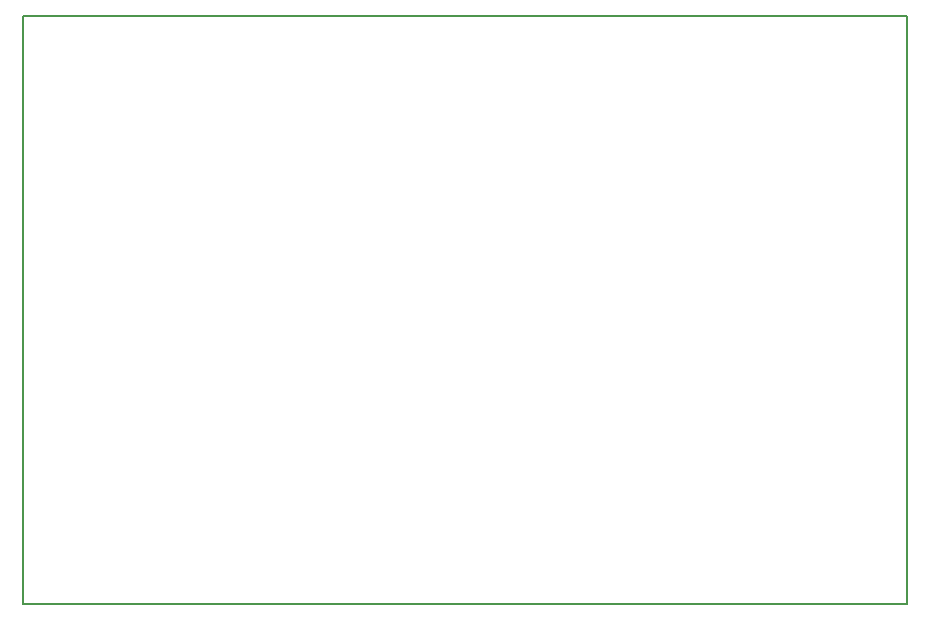
<source format=gm1>
G04 MADE WITH FRITZING*
G04 WWW.FRITZING.ORG*
G04 SINGLE SIDED*
G04 HOLES NOT PLATED*
G04 CONTOUR ON CENTER OF CONTOUR VECTOR*
%ASAXBY*%
%FSLAX23Y23*%
%MOIN*%
%OFA0B0*%
%SFA1.0B1.0*%
%ADD10R,2.952760X1.968500*%
%ADD11C,0.008000*%
%ADD10C,0.008*%
%LNCONTOUR*%
G90*
G70*
G54D10*
G54D11*
X8Y1961D02*
X2953Y1961D01*
X2953Y0D01*
X8Y0D01*
X8Y1961D01*
D02*
G04 End of contour*
M02*
</source>
